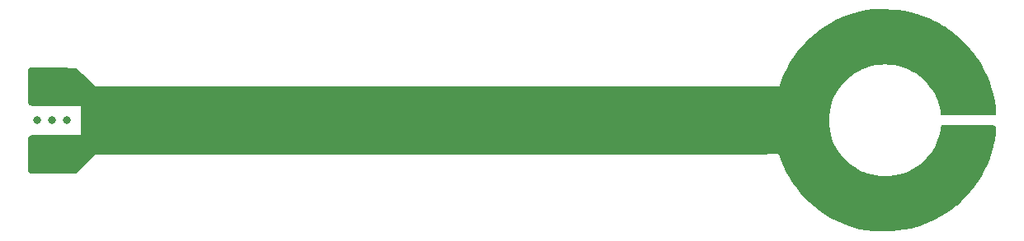
<source format=gbr>
G04 #@! TF.GenerationSoftware,KiCad,Pcbnew,7.0.1*
G04 #@! TF.CreationDate,2023-05-15T13:56:13-06:00*
G04 #@! TF.ProjectId,H-field_RF_probe,482d6669-656c-4645-9f52-465f70726f62,rev?*
G04 #@! TF.SameCoordinates,Original*
G04 #@! TF.FileFunction,Copper,L3,Inr*
G04 #@! TF.FilePolarity,Positive*
%FSLAX46Y46*%
G04 Gerber Fmt 4.6, Leading zero omitted, Abs format (unit mm)*
G04 Created by KiCad (PCBNEW 7.0.1) date 2023-05-15 13:56:13*
%MOMM*%
%LPD*%
G01*
G04 APERTURE LIST*
G04 #@! TA.AperFunction,ComponentPad*
%ADD10R,4.190000X3.000000*%
G04 #@! TD*
G04 #@! TA.AperFunction,ViaPad*
%ADD11C,0.800000*%
G04 #@! TD*
G04 APERTURE END LIST*
D10*
X102500000Y-68825000D03*
X102500000Y-62175000D03*
D11*
X140000000Y-63500000D03*
X138500000Y-63500000D03*
X102500000Y-63500000D03*
X108500000Y-63500000D03*
X111500000Y-63500000D03*
X129500000Y-63500000D03*
X131000000Y-63500000D03*
X132500000Y-63500000D03*
X134000000Y-63500000D03*
X126500000Y-63500000D03*
X119000000Y-63500000D03*
X117500000Y-63500000D03*
X101000000Y-63500000D03*
X107000000Y-63500000D03*
X125000000Y-63500000D03*
X137000000Y-63500000D03*
X128000000Y-63500000D03*
X116000000Y-63500000D03*
X114500000Y-63500000D03*
X123500000Y-63500000D03*
X105500000Y-63500000D03*
X110000000Y-63500000D03*
X135500000Y-63500000D03*
X113000000Y-63500000D03*
X122000000Y-63500000D03*
X104000000Y-63500000D03*
X120500000Y-63500000D03*
X141500000Y-63500000D03*
X177500000Y-63500000D03*
X176000000Y-63500000D03*
X144500000Y-63500000D03*
X143000000Y-63500000D03*
X147500000Y-63500000D03*
X150500000Y-63500000D03*
X146000000Y-63500000D03*
X149000000Y-63500000D03*
X158000000Y-63500000D03*
X152000000Y-63500000D03*
X152000000Y-63500000D03*
X153500000Y-63500000D03*
X155000000Y-63500000D03*
X156500000Y-63500000D03*
X161000000Y-63500000D03*
X159500000Y-63500000D03*
X162500000Y-63500000D03*
X164000000Y-63500000D03*
X165500000Y-63500000D03*
X167000000Y-63500000D03*
X168500000Y-63500000D03*
X170000000Y-63500000D03*
X171500000Y-63500000D03*
X173000000Y-63500000D03*
X174500000Y-63500000D03*
X181160681Y-66991213D03*
X181635347Y-68413966D03*
X182402207Y-69702942D03*
X183426056Y-70798965D03*
X184659889Y-71651720D03*
X186047062Y-72222056D03*
X187523893Y-72483790D03*
X189022581Y-72424906D03*
X190474324Y-72048108D03*
X191812473Y-71370694D03*
X192975596Y-70423763D03*
X193910295Y-69250788D03*
X194573660Y-67905618D03*
X194935235Y-66450009D03*
X181160681Y-64008787D03*
X181635347Y-62586034D03*
X182402207Y-61297058D03*
X183426056Y-60201035D03*
X184659889Y-59348280D03*
X186047062Y-58777944D03*
X187523893Y-58516210D03*
X189022581Y-58575094D03*
X190474324Y-58951892D03*
X191812473Y-59629306D03*
X192975596Y-60576237D03*
X193910295Y-61749212D03*
X194573660Y-63094382D03*
X194935235Y-64549991D03*
X177892607Y-68977156D03*
X178491886Y-70383213D03*
X179285582Y-71689421D03*
X180257467Y-72869069D03*
X181387667Y-73898039D03*
X182653074Y-74755289D03*
X184027812Y-75423292D03*
X185483771Y-75888387D03*
X186991181Y-76141066D03*
X188519219Y-76176161D03*
X190036640Y-75992955D03*
X191512416Y-75595193D03*
X192916373Y-74991010D03*
X194219802Y-74192759D03*
X195396051Y-73216763D03*
X196421069Y-72082978D03*
X197273897Y-70814587D03*
X197937097Y-69437525D03*
X198397107Y-67979952D03*
X198644523Y-66471669D03*
X177892607Y-62022844D03*
X178491886Y-60616787D03*
X179285582Y-59310579D03*
X180257467Y-58130931D03*
X181387667Y-57101961D03*
X182653074Y-56244711D03*
X184027812Y-55576708D03*
X185483771Y-55111613D03*
X186991181Y-54858934D03*
X188519219Y-54823839D03*
X190036640Y-55007045D03*
X191512416Y-55404807D03*
X192916373Y-56008990D03*
X194219802Y-56807241D03*
X195396051Y-57783237D03*
X196421069Y-58917022D03*
X197273897Y-60185413D03*
X197937097Y-61562475D03*
X198397107Y-63020048D03*
X198644523Y-64528331D03*
X117500000Y-67500000D03*
X101000000Y-67500000D03*
X141500000Y-67500000D03*
X180000000Y-63500000D03*
X167000000Y-67500000D03*
X107000000Y-67500000D03*
X137000000Y-67500000D03*
X128000000Y-67500000D03*
X158000000Y-67500000D03*
X170000000Y-67500000D03*
X177500000Y-67500000D03*
X174500000Y-67500000D03*
X147500000Y-67500000D03*
X104000000Y-67500000D03*
X113000000Y-67500000D03*
X102500000Y-67500000D03*
X102500000Y-70000000D03*
X116000000Y-67500000D03*
X101000000Y-70000000D03*
X144500000Y-67500000D03*
X135500000Y-67500000D03*
X156500000Y-67500000D03*
X149000000Y-67500000D03*
X152000000Y-67500000D03*
X162500000Y-67500000D03*
X159500000Y-67500000D03*
X181000000Y-65500000D03*
X143000000Y-67500000D03*
X165500000Y-67500000D03*
X153500000Y-67500000D03*
X122000000Y-67500000D03*
X132500000Y-67500000D03*
X134000000Y-67500000D03*
X168500000Y-67500000D03*
X104007460Y-68753531D03*
X173000000Y-67500000D03*
X123500000Y-67500000D03*
X101000000Y-61000000D03*
X105500000Y-67500000D03*
X119000000Y-67500000D03*
X114500000Y-67500000D03*
X155000000Y-67500000D03*
X129500000Y-67500000D03*
X104000000Y-61000000D03*
X161000000Y-67500000D03*
X179000000Y-63500000D03*
X125000000Y-67500000D03*
X111500000Y-67500000D03*
X138500000Y-67500000D03*
X171500000Y-67500000D03*
X104000000Y-70000000D03*
X108500000Y-67500000D03*
X131000000Y-67500000D03*
X120500000Y-67500000D03*
X146000000Y-67500000D03*
X126500000Y-67500000D03*
X102500000Y-61000000D03*
X110000000Y-67500000D03*
X150500000Y-67500000D03*
X140000000Y-67500000D03*
X104007194Y-62239008D03*
X176000000Y-67500000D03*
X152000000Y-67500000D03*
X164000000Y-67500000D03*
X104000000Y-65500000D03*
X101000000Y-65500000D03*
X102500000Y-65500632D03*
G04 #@! TA.AperFunction,Conductor*
G36*
X188001821Y-54075552D02*
G01*
X188660617Y-54094721D01*
X188667916Y-54095146D01*
X189322679Y-54152430D01*
X189329904Y-54153275D01*
X189980231Y-54248534D01*
X189987434Y-54249805D01*
X190631090Y-54382709D01*
X190638191Y-54384392D01*
X191273065Y-54554506D01*
X191280034Y-54556592D01*
X191903949Y-54763335D01*
X191910805Y-54765831D01*
X192511808Y-55004594D01*
X192521605Y-55008486D01*
X192528332Y-55011388D01*
X193123996Y-55289150D01*
X193130533Y-55292434D01*
X193157403Y-55306922D01*
X193709017Y-55604350D01*
X193715364Y-55608014D01*
X194254295Y-55940431D01*
X194274746Y-55953045D01*
X194280870Y-55957073D01*
X194819237Y-56334043D01*
X194825115Y-56338419D01*
X195340664Y-56746061D01*
X195346262Y-56750759D01*
X195730478Y-57092682D01*
X195837233Y-57187686D01*
X195842564Y-57192716D01*
X196307283Y-57657435D01*
X196312313Y-57662766D01*
X196567898Y-57949965D01*
X196749235Y-58153731D01*
X196753941Y-58159339D01*
X196894431Y-58337018D01*
X197161580Y-58674884D01*
X197165956Y-58680762D01*
X197542926Y-59219129D01*
X197546954Y-59225253D01*
X197891985Y-59784635D01*
X197895649Y-59790982D01*
X198207562Y-60369460D01*
X198210852Y-60376010D01*
X198488610Y-60971664D01*
X198491513Y-60978394D01*
X198734162Y-61589178D01*
X198736669Y-61596065D01*
X198876926Y-62019337D01*
X198943399Y-62219939D01*
X198945501Y-62226961D01*
X199115603Y-62861792D01*
X199117293Y-62868924D01*
X199250193Y-63512561D01*
X199251466Y-63519778D01*
X199346720Y-64170065D01*
X199347571Y-64177345D01*
X199397018Y-64742529D01*
X199392463Y-64788770D01*
X199371459Y-64830216D01*
X199363649Y-64840394D01*
X199340392Y-64863651D01*
X199263160Y-64922914D01*
X199234673Y-64939361D01*
X199144734Y-64976615D01*
X199112963Y-64985128D01*
X199035024Y-64995388D01*
X199008187Y-64998922D01*
X198991742Y-65000000D01*
X193848595Y-65000000D01*
X193790158Y-64985629D01*
X193745051Y-64945796D01*
X193723563Y-64889585D01*
X193681474Y-64551930D01*
X193583779Y-64085998D01*
X193474317Y-63718323D01*
X193447939Y-63629720D01*
X193405039Y-63519778D01*
X193332569Y-63334053D01*
X193274885Y-63186221D01*
X193065798Y-62758527D01*
X192822107Y-62349561D01*
X192545475Y-61962115D01*
X192237794Y-61598836D01*
X192237790Y-61598832D01*
X192237785Y-61598826D01*
X191901173Y-61262214D01*
X191901164Y-61262206D01*
X191537885Y-60954525D01*
X191150439Y-60677893D01*
X190741473Y-60434202D01*
X190622439Y-60376010D01*
X190313775Y-60225113D01*
X189870285Y-60052062D01*
X189414001Y-59916220D01*
X188948069Y-59818525D01*
X188475660Y-59759639D01*
X188000000Y-59739966D01*
X187524339Y-59759639D01*
X187051930Y-59818525D01*
X186585998Y-59916220D01*
X186129714Y-60052062D01*
X185686224Y-60225113D01*
X185258532Y-60434199D01*
X184849559Y-60677894D01*
X184462117Y-60954523D01*
X184098826Y-61262214D01*
X183762214Y-61598826D01*
X183454523Y-61962117D01*
X183177894Y-62349559D01*
X182934199Y-62758532D01*
X182725113Y-63186224D01*
X182552062Y-63629714D01*
X182416220Y-64085998D01*
X182318525Y-64551930D01*
X182259639Y-65024339D01*
X182239966Y-65499999D01*
X182259639Y-65975660D01*
X182318525Y-66448069D01*
X182416220Y-66914001D01*
X182552062Y-67370285D01*
X182725113Y-67813775D01*
X182932333Y-68237651D01*
X182934202Y-68241473D01*
X183177893Y-68650439D01*
X183454525Y-69037885D01*
X183762206Y-69401164D01*
X183762214Y-69401173D01*
X184098826Y-69737785D01*
X184098832Y-69737790D01*
X184098836Y-69737794D01*
X184462115Y-70045475D01*
X184849561Y-70322107D01*
X185258527Y-70565798D01*
X185686221Y-70774885D01*
X185834053Y-70832569D01*
X186129714Y-70947937D01*
X186129717Y-70947938D01*
X186129720Y-70947939D01*
X186291389Y-70996070D01*
X186585998Y-71083779D01*
X187051930Y-71181474D01*
X187524339Y-71240360D01*
X188000000Y-71260033D01*
X188475660Y-71240360D01*
X188948070Y-71181474D01*
X189343268Y-71098610D01*
X189414001Y-71083779D01*
X189414002Y-71083778D01*
X189414005Y-71083778D01*
X189870280Y-70947939D01*
X190313779Y-70774885D01*
X190741473Y-70565798D01*
X191150439Y-70322107D01*
X191537885Y-70045475D01*
X191901164Y-69737794D01*
X192237794Y-69401164D01*
X192545475Y-69037885D01*
X192822107Y-68650439D01*
X193065798Y-68241473D01*
X193274885Y-67813779D01*
X193447939Y-67370280D01*
X193583778Y-66914005D01*
X193584175Y-66912114D01*
X193681474Y-66448069D01*
X193723563Y-66110415D01*
X193745051Y-66054204D01*
X193790158Y-66014371D01*
X193848595Y-66000000D01*
X198991742Y-66000000D01*
X199008187Y-66001078D01*
X199036201Y-66004765D01*
X199112964Y-66014871D01*
X199144731Y-66023383D01*
X199234675Y-66060639D01*
X199263160Y-66077085D01*
X199340393Y-66136349D01*
X199363647Y-66159603D01*
X199371456Y-66169779D01*
X199392463Y-66211226D01*
X199397018Y-66257469D01*
X199347571Y-66822654D01*
X199346720Y-66829934D01*
X199251466Y-67480221D01*
X199250193Y-67487438D01*
X199117293Y-68131075D01*
X199115603Y-68138207D01*
X198945501Y-68773038D01*
X198943399Y-68780060D01*
X198736669Y-69403934D01*
X198734162Y-69410821D01*
X198491513Y-70021605D01*
X198488610Y-70028335D01*
X198210852Y-70623989D01*
X198207562Y-70630539D01*
X197895649Y-71209017D01*
X197891985Y-71215364D01*
X197546954Y-71774746D01*
X197542926Y-71780870D01*
X197165956Y-72319237D01*
X197161580Y-72325115D01*
X196753947Y-72840653D01*
X196749235Y-72846268D01*
X196312313Y-73337233D01*
X196307283Y-73342564D01*
X195842564Y-73807283D01*
X195837233Y-73812313D01*
X195346268Y-74249235D01*
X195340653Y-74253947D01*
X194825115Y-74661580D01*
X194819237Y-74665956D01*
X194280870Y-75042926D01*
X194274746Y-75046954D01*
X193715364Y-75391985D01*
X193709017Y-75395649D01*
X193130539Y-75707562D01*
X193123989Y-75710852D01*
X192528335Y-75988610D01*
X192521605Y-75991513D01*
X191910821Y-76234162D01*
X191903934Y-76236669D01*
X191280060Y-76443399D01*
X191273038Y-76445501D01*
X190638207Y-76615603D01*
X190631075Y-76617293D01*
X189987438Y-76750193D01*
X189980221Y-76751466D01*
X189329934Y-76846720D01*
X189322654Y-76847571D01*
X188667925Y-76904852D01*
X188660608Y-76905278D01*
X188001822Y-76924447D01*
X187998157Y-76924500D01*
X186704848Y-76924500D01*
X186686609Y-76923173D01*
X186599121Y-76910374D01*
X186206046Y-76852869D01*
X186047620Y-76829692D01*
X186040543Y-76828450D01*
X185405698Y-76698242D01*
X185398704Y-76696598D01*
X184772325Y-76530421D01*
X184765436Y-76528381D01*
X184149557Y-76326773D01*
X184142795Y-76324344D01*
X183539402Y-76087957D01*
X183532790Y-76085147D01*
X182943846Y-75814750D01*
X182937404Y-75811567D01*
X182364826Y-75508036D01*
X182358577Y-75504491D01*
X181804245Y-75168827D01*
X181798208Y-75164932D01*
X181263908Y-74798216D01*
X181258102Y-74793983D01*
X180745567Y-74397403D01*
X180740012Y-74392846D01*
X180250916Y-73967698D01*
X180245630Y-73962832D01*
X179781557Y-73510492D01*
X179776557Y-73505332D01*
X179339025Y-73027279D01*
X179334328Y-73021843D01*
X178924770Y-72519646D01*
X178920389Y-72513951D01*
X178540096Y-71989191D01*
X178536048Y-71983255D01*
X178402376Y-71774746D01*
X178186298Y-71437693D01*
X178182605Y-71431554D01*
X177864508Y-70866921D01*
X177861162Y-70860564D01*
X177575780Y-70278748D01*
X177572811Y-70272233D01*
X177321029Y-69675031D01*
X177318449Y-69668387D01*
X177102458Y-69061578D01*
X177099458Y-69051945D01*
X177091687Y-69022949D01*
X177091686Y-69022948D01*
X177065425Y-68996691D01*
X177063427Y-68994649D01*
X177041892Y-68972092D01*
X177041890Y-68972091D01*
X177037658Y-68967658D01*
X177034651Y-68965922D01*
X177008795Y-68958997D01*
X176997038Y-68955221D01*
X176977588Y-68947905D01*
X176955632Y-68949865D01*
X176944442Y-68950364D01*
X176036400Y-68950428D01*
X176003786Y-68946136D01*
X176000004Y-68945123D01*
X175999999Y-68945123D01*
X175988553Y-68948189D01*
X175988522Y-68948195D01*
X175973796Y-68952142D01*
X175958252Y-68956309D01*
X175922089Y-68965998D01*
X175913239Y-68974850D01*
X175872148Y-69000000D01*
X175740922Y-69000000D01*
X175740921Y-69000000D01*
X107207107Y-69000000D01*
X107000000Y-69000000D01*
X106853555Y-69146443D01*
X106853551Y-69146447D01*
X105152287Y-70847712D01*
X105139896Y-70858579D01*
X105056055Y-70922913D01*
X105027569Y-70939360D01*
X104937627Y-70976615D01*
X104905856Y-70985128D01*
X104827917Y-70995388D01*
X104801080Y-70998922D01*
X104784635Y-71000000D01*
X100508258Y-71000000D01*
X100491812Y-70998922D01*
X100387037Y-70985128D01*
X100355265Y-70976615D01*
X100265326Y-70939361D01*
X100236840Y-70922914D01*
X100159605Y-70863649D01*
X100136351Y-70840396D01*
X100101535Y-70795023D01*
X100082187Y-70758824D01*
X100075500Y-70718323D01*
X100075500Y-67281677D01*
X100082187Y-67241176D01*
X100101537Y-67204974D01*
X100136351Y-67159603D01*
X100159603Y-67136351D01*
X100236840Y-67077084D01*
X100265321Y-67060640D01*
X100355270Y-67023382D01*
X100387033Y-67014872D01*
X100468592Y-67004134D01*
X100491813Y-67001078D01*
X100508258Y-67000000D01*
X105000000Y-67000000D01*
X105500000Y-67000000D01*
X105500000Y-64000000D01*
X105000000Y-64000000D01*
X100508258Y-64000000D01*
X100491812Y-63998922D01*
X100387037Y-63985128D01*
X100355265Y-63976615D01*
X100265326Y-63939361D01*
X100236840Y-63922914D01*
X100159605Y-63863649D01*
X100136351Y-63840396D01*
X100101535Y-63795023D01*
X100082187Y-63758824D01*
X100075500Y-63718323D01*
X100075500Y-60292349D01*
X100082365Y-60251326D01*
X100102211Y-60214775D01*
X100139836Y-60166621D01*
X100163641Y-60143311D01*
X100242639Y-60084220D01*
X100271724Y-60067967D01*
X100363443Y-60031661D01*
X100395782Y-60023600D01*
X100470831Y-60015188D01*
X100502201Y-60011672D01*
X100518884Y-60010916D01*
X103524765Y-60074154D01*
X104799134Y-60100964D01*
X104814527Y-60102236D01*
X104912783Y-60116476D01*
X104942580Y-60124621D01*
X105027183Y-60159370D01*
X105054104Y-60174521D01*
X105133995Y-60233447D01*
X105145861Y-60243380D01*
X105660479Y-60730931D01*
X107000000Y-62000000D01*
X107199242Y-62000000D01*
X107199244Y-62000000D01*
X175740923Y-62000000D01*
X175923458Y-62000000D01*
X175956299Y-62008770D01*
X175956456Y-62008851D01*
X175956466Y-62008815D01*
X175962542Y-62010446D01*
X175995650Y-62019337D01*
X175999626Y-62018273D01*
X176032064Y-62013997D01*
X176995451Y-62013204D01*
X177006734Y-62013702D01*
X177028577Y-62015653D01*
X177048152Y-62008289D01*
X177059768Y-62004552D01*
X177085761Y-61997566D01*
X177085766Y-61997560D01*
X177088657Y-61995889D01*
X177092877Y-61991467D01*
X177092880Y-61991467D01*
X177114502Y-61968819D01*
X177116345Y-61966931D01*
X177142745Y-61940489D01*
X177150456Y-61911611D01*
X177153482Y-61901879D01*
X177368681Y-61297298D01*
X177371259Y-61290658D01*
X177622167Y-60695531D01*
X177625125Y-60689039D01*
X177909538Y-60109201D01*
X177912847Y-60102912D01*
X178229875Y-59540180D01*
X178233538Y-59534091D01*
X178582102Y-58990380D01*
X178586118Y-58984493D01*
X178965092Y-58461554D01*
X178969466Y-58455868D01*
X179377627Y-57955384D01*
X179382296Y-57949982D01*
X179818326Y-57473572D01*
X179823273Y-57468465D01*
X180285805Y-57017628D01*
X180291026Y-57012823D01*
X180682102Y-56672880D01*
X180778442Y-56589137D01*
X180783981Y-56584591D01*
X181294765Y-56189368D01*
X181300529Y-56185166D01*
X181833003Y-55819703D01*
X181839009Y-55815828D01*
X182391441Y-55481316D01*
X182397670Y-55477782D01*
X182968256Y-55175310D01*
X182974682Y-55172134D01*
X183561606Y-54902664D01*
X183568181Y-54899870D01*
X184169512Y-54664291D01*
X184176224Y-54661880D01*
X184789998Y-54460964D01*
X184796855Y-54458933D01*
X185421092Y-54293324D01*
X185428041Y-54291691D01*
X186060706Y-54161932D01*
X186067747Y-54160696D01*
X186641046Y-54076826D01*
X186659285Y-54075500D01*
X187975469Y-54075500D01*
X187998157Y-54075500D01*
X188001821Y-54075552D01*
G37*
G04 #@! TD.AperFunction*
M02*

</source>
